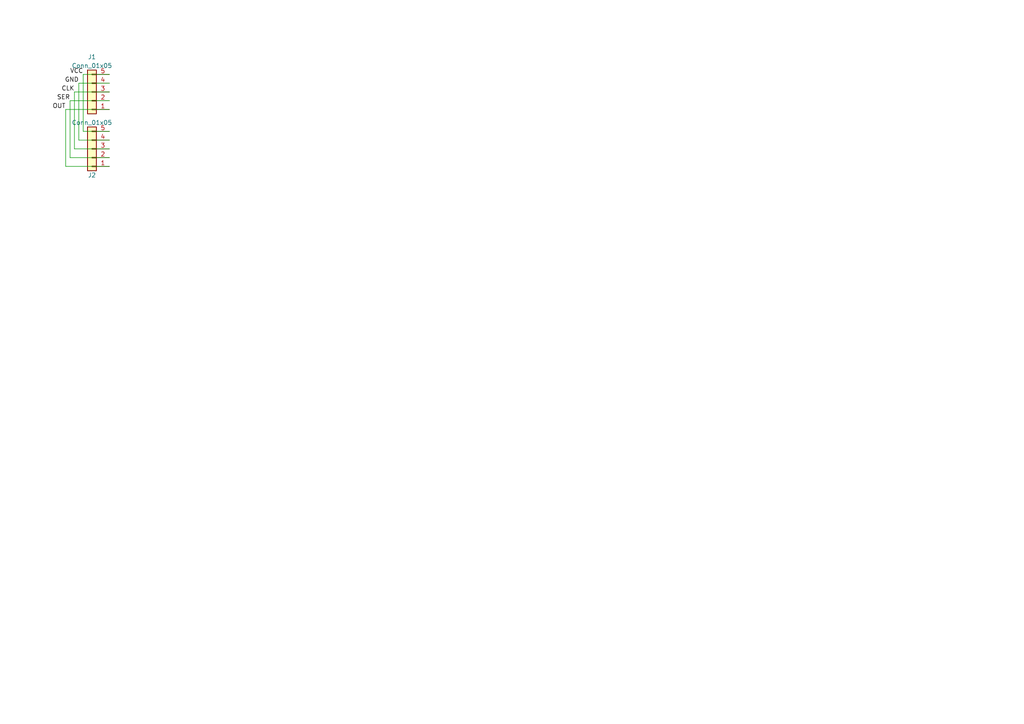
<source format=kicad_sch>
(kicad_sch (version 20230121) (generator eeschema)
  (paper "A4")
  (lib_symbols
    (symbol "Connector_Generic:Conn_01x05" (pin_names (offset 1.016) hide)
      (property "Reference" "J" (at 0 7.62 0))
      (property "Value" "Conn_01x05" (at 0 -7.62 0))
      (symbol "Conn_01x05_1_1"
        (rectangle (start -1.27 -4.953) (end 0 -5.207) (stroke (width 0.1524)))
        (rectangle (start -1.27 -2.413) (end 0 -2.667) (stroke (width 0.1524)))
        (rectangle (start -1.27 0.127) (end 0 -0.127) (stroke (width 0.1524)))
        (rectangle (start -1.27 2.667) (end 0 2.413) (stroke (width 0.1524)))
        (rectangle (start -1.27 5.207) (end 0 4.953) (stroke (width 0.1524)))
        (rectangle (start -1.27 6.35) (end 1.27 -6.35) (stroke (width 0.254)) (fill (type background)))
        (pin passive line (at -5.08 5.08 0) (length 3.81) (name "Pin_1") (number "1"))
        (pin passive line (at -5.08 2.54 0) (length 3.81) (name "Pin_2") (number "2"))
        (pin passive line (at -5.08 0 0) (length 3.81) (name "Pin_3") (number "3"))
        (pin passive line (at -5.08 -2.54 0) (length 3.81) (name "Pin_4") (number "4"))
        (pin passive line (at -5.08 -5.08 0) (length 3.81) (name "Pin_5") (number "5"))
      )
    )
  )
  (wire (pts (xy 24.13 21.59) (xy 24.13 38.1)))
  (wire (pts (xy 24.13 38.1) (xy 31.75 38.1)))
  (wire (pts (xy 21.59 43.18) (xy 31.75 43.18)))
  (wire (pts (xy 22.86 40.64) (xy 31.75 40.64)))
  (wire (pts (xy 31.75 31.75) (xy 19.05 31.75)))
  (wire (pts (xy 31.75 26.67) (xy 21.59 26.67)))
  (wire (pts (xy 19.05 48.26) (xy 31.75 48.26)))
  (wire (pts (xy 20.32 45.72) (xy 31.75 45.72)))
  (wire (pts (xy 21.59 26.67) (xy 21.59 43.18)))
  (wire (pts (xy 19.05 31.75) (xy 19.05 48.26)))
  (wire (pts (xy 31.75 24.13) (xy 22.86 24.13)))
  (wire (pts (xy 31.75 21.59) (xy 24.13 21.59)))
  (wire (pts (xy 20.32 29.21) (xy 20.32 45.72)))
  (wire (pts (xy 22.86 24.13) (xy 22.86 40.64)))
  (wire (pts (xy 31.75 29.21) (xy 20.32 29.21)))
  (label "OUT" (at 19.05 31.75 180))
  (label "GND" (at 22.86 24.13 180))
  (label "CLK" (at 21.59 26.67 180))
  (label "SER" (at 20.32 29.21 180))
  (label "VCC" (at 24.13 21.59 180))
  (symbol (lib_id "Connector_Generic:Conn_01x05") (at 26.67 43.18 180) (unit 1)
    (property "Reference" "J2" (at 26.67 50.8 0))
    (property "Value" "Conn_01x05" (at 26.67 35.56 0))
    (property "Footprint" "Connector_PinHeader_2.54mm:PinHeader_1x05_P2.54mm_Horizontal" (effects hide))
  )
  (symbol (lib_id "Connector_Generic:Conn_01x05") (at 26.67 26.67 180) (unit 1)
    (property "Reference" "J1" (at 26.67 16.51 0))
    (property "Value" "Conn_01x05" (at 26.67 19.05 0))
    (property "Footprint" "Connector_PinSocket_2.54mm:PinSocket_1x05_P2.54mm_Horizontal" (effects hide))
  )
)
</source>
